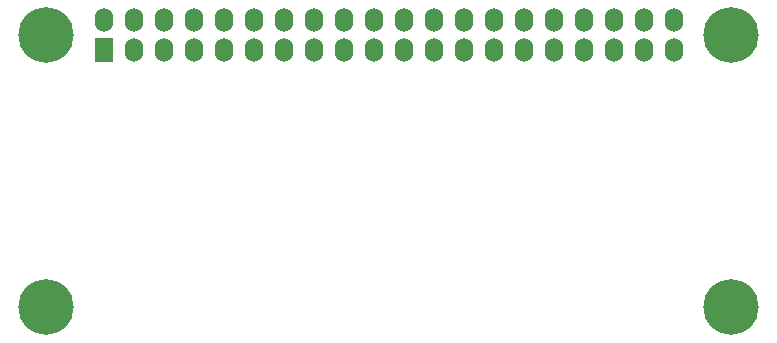
<source format=gbs>
G04*
G04 #@! TF.GenerationSoftware,Altium Limited,CircuitStudio,1.5.1 (13)*
G04*
G04 Layer_Color=8150272*
%FSLAX25Y25*%
%MOIN*%
G70*
G01*
G75*
%ADD18O,0.06000X0.08000*%
%ADD19R,0.06000X0.08000*%
%ADD30C,0.18517*%
D18*
X734764Y345551D02*
D03*
Y335551D02*
D03*
X724764Y345551D02*
D03*
Y335551D02*
D03*
X714764Y345551D02*
D03*
Y335551D02*
D03*
X704764Y345551D02*
D03*
Y335551D02*
D03*
X694764Y345551D02*
D03*
Y335551D02*
D03*
X684764Y345551D02*
D03*
Y335551D02*
D03*
X674764Y345551D02*
D03*
Y335551D02*
D03*
X664764Y345551D02*
D03*
Y335551D02*
D03*
X654764Y345551D02*
D03*
Y335551D02*
D03*
X644764Y345551D02*
D03*
Y335551D02*
D03*
X634764Y345551D02*
D03*
Y335551D02*
D03*
X624764Y345551D02*
D03*
Y335551D02*
D03*
X614764Y345551D02*
D03*
Y335551D02*
D03*
X604764Y345551D02*
D03*
Y335551D02*
D03*
X594764Y345551D02*
D03*
Y335551D02*
D03*
X584764Y345551D02*
D03*
Y335551D02*
D03*
X574764Y345551D02*
D03*
Y335551D02*
D03*
X564764Y345551D02*
D03*
Y335551D02*
D03*
X554764Y345551D02*
D03*
Y335551D02*
D03*
X544764Y345551D02*
D03*
D19*
Y335551D02*
D03*
D30*
X753937Y250000D02*
D03*
Y340551D02*
D03*
X525591D02*
D03*
Y250000D02*
D03*
M02*

</source>
